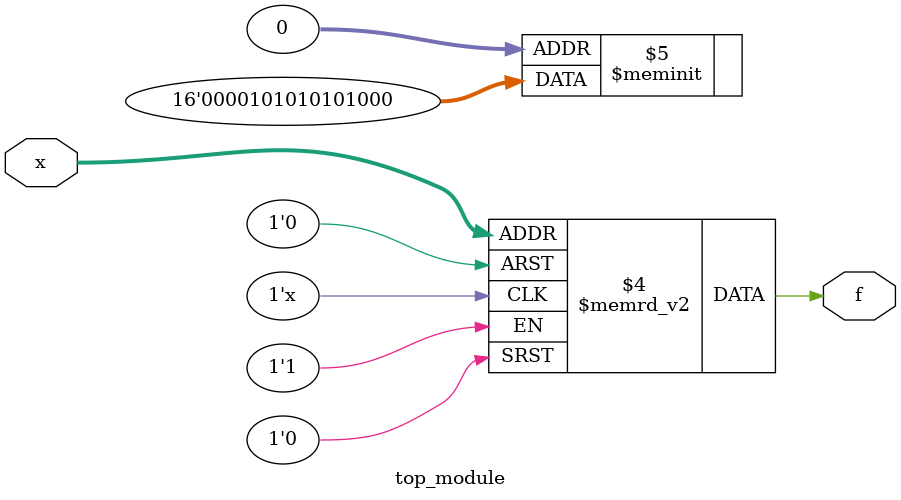
<source format=sv>
module top_module (
    input [4:1] x,
    output logic f
);

always_comb begin
    case ({x[4], x[3], x[2], x[1]})
        4'b0000, 4'b0010, 4'b1010, 4'b1110: f = 1'b0; // x[3]:x[1] = 00, 01, 10, 11
        4'b0011: f = 1'b1;
        4'b0101, 4'b0111, 4'b1001, 4'b1011: f = 1'b1; // x[3]:x[1] = 01, 11
        default: f = 1'b0; // Don't care cases
    endcase
end

endmodule

</source>
